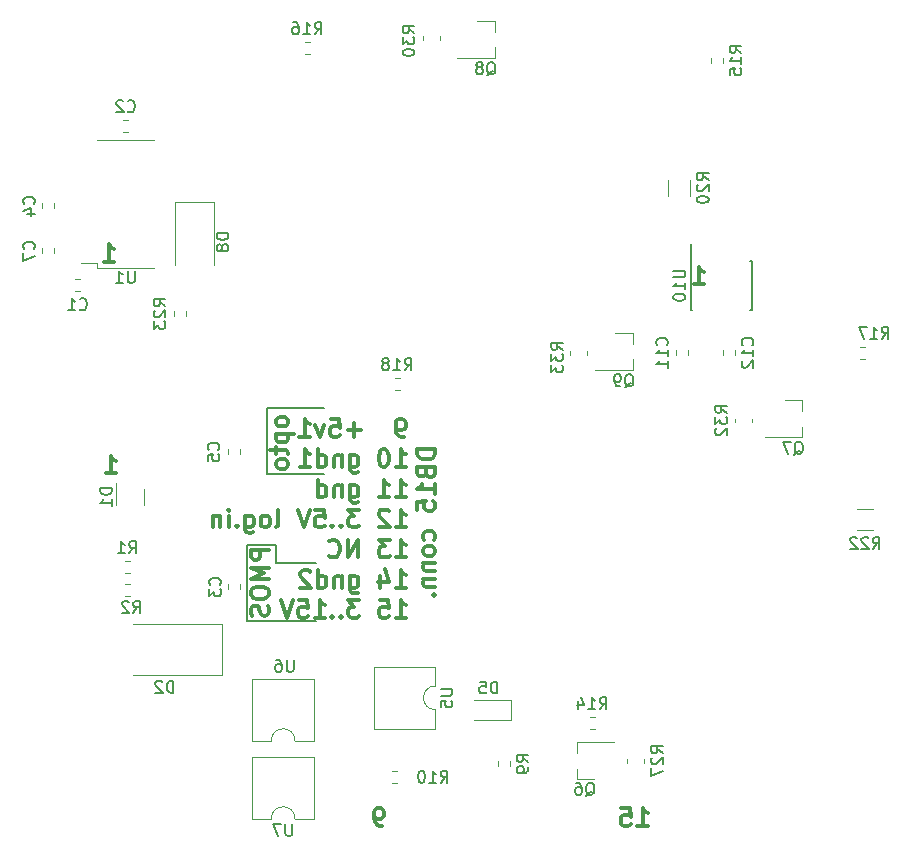
<source format=gbr>
G04 #@! TF.FileFunction,Legend,Bot*
%FSLAX46Y46*%
G04 Gerber Fmt 4.6, Leading zero omitted, Abs format (unit mm)*
G04 Created by KiCad (PCBNEW 4.0.7) date Mon Jun 25 21:13:58 2018*
%MOMM*%
%LPD*%
G01*
G04 APERTURE LIST*
%ADD10C,0.100000*%
%ADD11C,0.200000*%
%ADD12C,0.300000*%
%ADD13C,0.120000*%
%ADD14C,0.150000*%
G04 APERTURE END LIST*
D10*
D11*
X66802000Y-74168000D02*
X72644000Y-74168000D01*
X66802000Y-67691000D02*
X66802000Y-74168000D01*
X69215000Y-67691000D02*
X66802000Y-67691000D01*
X69215000Y-69215000D02*
X69215000Y-67691000D01*
X72644000Y-69215000D02*
X69215000Y-69215000D01*
D12*
X68623571Y-68116000D02*
X67123571Y-68116000D01*
X67123571Y-68687428D01*
X67195000Y-68830286D01*
X67266429Y-68901714D01*
X67409286Y-68973143D01*
X67623571Y-68973143D01*
X67766429Y-68901714D01*
X67837857Y-68830286D01*
X67909286Y-68687428D01*
X67909286Y-68116000D01*
X68623571Y-69616000D02*
X67123571Y-69616000D01*
X68195000Y-70116000D01*
X67123571Y-70616000D01*
X68623571Y-70616000D01*
X67123571Y-71616000D02*
X67123571Y-71901714D01*
X67195000Y-72044572D01*
X67337857Y-72187429D01*
X67623571Y-72258857D01*
X68123571Y-72258857D01*
X68409286Y-72187429D01*
X68552143Y-72044572D01*
X68623571Y-71901714D01*
X68623571Y-71616000D01*
X68552143Y-71473143D01*
X68409286Y-71330286D01*
X68123571Y-71258857D01*
X67623571Y-71258857D01*
X67337857Y-71330286D01*
X67195000Y-71473143D01*
X67123571Y-71616000D01*
X68552143Y-72830286D02*
X68623571Y-73044572D01*
X68623571Y-73401715D01*
X68552143Y-73544572D01*
X68480714Y-73616001D01*
X68337857Y-73687429D01*
X68195000Y-73687429D01*
X68052143Y-73616001D01*
X67980714Y-73544572D01*
X67909286Y-73401715D01*
X67837857Y-73116001D01*
X67766429Y-72973143D01*
X67695000Y-72901715D01*
X67552143Y-72830286D01*
X67409286Y-72830286D01*
X67266429Y-72901715D01*
X67195000Y-72973143D01*
X67123571Y-73116001D01*
X67123571Y-73473143D01*
X67195000Y-73687429D01*
D11*
X68453000Y-61722000D02*
X73279000Y-61722000D01*
X68453000Y-56134000D02*
X68453000Y-61722000D01*
X73279000Y-56134000D02*
X68453000Y-56134000D01*
D12*
X70274571Y-57162143D02*
X70203143Y-57019285D01*
X70131714Y-56947857D01*
X69988857Y-56876428D01*
X69560286Y-56876428D01*
X69417429Y-56947857D01*
X69346000Y-57019285D01*
X69274571Y-57162143D01*
X69274571Y-57376428D01*
X69346000Y-57519285D01*
X69417429Y-57590714D01*
X69560286Y-57662143D01*
X69988857Y-57662143D01*
X70131714Y-57590714D01*
X70203143Y-57519285D01*
X70274571Y-57376428D01*
X70274571Y-57162143D01*
X69274571Y-58305000D02*
X70774571Y-58305000D01*
X69346000Y-58305000D02*
X69274571Y-58447857D01*
X69274571Y-58733571D01*
X69346000Y-58876428D01*
X69417429Y-58947857D01*
X69560286Y-59019286D01*
X69988857Y-59019286D01*
X70131714Y-58947857D01*
X70203143Y-58876428D01*
X70274571Y-58733571D01*
X70274571Y-58447857D01*
X70203143Y-58305000D01*
X69274571Y-59447857D02*
X69274571Y-60019286D01*
X68774571Y-59662143D02*
X70060286Y-59662143D01*
X70203143Y-59733571D01*
X70274571Y-59876429D01*
X70274571Y-60019286D01*
X70274571Y-60733572D02*
X70203143Y-60590714D01*
X70131714Y-60519286D01*
X69988857Y-60447857D01*
X69560286Y-60447857D01*
X69417429Y-60519286D01*
X69346000Y-60590714D01*
X69274571Y-60733572D01*
X69274571Y-60947857D01*
X69346000Y-61090714D01*
X69417429Y-61162143D01*
X69560286Y-61233572D01*
X69988857Y-61233572D01*
X70131714Y-61162143D01*
X70203143Y-61090714D01*
X70274571Y-60947857D01*
X70274571Y-60733572D01*
X80089429Y-58560571D02*
X79803714Y-58560571D01*
X79660857Y-58489143D01*
X79589429Y-58417714D01*
X79446571Y-58203429D01*
X79375143Y-57917714D01*
X79375143Y-57346286D01*
X79446571Y-57203429D01*
X79518000Y-57132000D01*
X79660857Y-57060571D01*
X79946571Y-57060571D01*
X80089429Y-57132000D01*
X80160857Y-57203429D01*
X80232286Y-57346286D01*
X80232286Y-57703429D01*
X80160857Y-57846286D01*
X80089429Y-57917714D01*
X79946571Y-57989143D01*
X79660857Y-57989143D01*
X79518000Y-57917714D01*
X79446571Y-57846286D01*
X79375143Y-57703429D01*
X76446572Y-57989143D02*
X75303715Y-57989143D01*
X75875144Y-58560571D02*
X75875144Y-57417714D01*
X73875143Y-57060571D02*
X74589429Y-57060571D01*
X74660858Y-57774857D01*
X74589429Y-57703429D01*
X74446572Y-57632000D01*
X74089429Y-57632000D01*
X73946572Y-57703429D01*
X73875143Y-57774857D01*
X73803715Y-57917714D01*
X73803715Y-58274857D01*
X73875143Y-58417714D01*
X73946572Y-58489143D01*
X74089429Y-58560571D01*
X74446572Y-58560571D01*
X74589429Y-58489143D01*
X74660858Y-58417714D01*
X73303715Y-57560571D02*
X72946572Y-58560571D01*
X72589430Y-57560571D01*
X71232287Y-58560571D02*
X72089430Y-58560571D01*
X71660858Y-58560571D02*
X71660858Y-57060571D01*
X71803715Y-57274857D01*
X71946573Y-57417714D01*
X72089430Y-57489143D01*
X79375143Y-61110571D02*
X80232286Y-61110571D01*
X79803714Y-61110571D02*
X79803714Y-59610571D01*
X79946571Y-59824857D01*
X80089429Y-59967714D01*
X80232286Y-60039143D01*
X78446572Y-59610571D02*
X78303715Y-59610571D01*
X78160858Y-59682000D01*
X78089429Y-59753429D01*
X78018000Y-59896286D01*
X77946572Y-60182000D01*
X77946572Y-60539143D01*
X78018000Y-60824857D01*
X78089429Y-60967714D01*
X78160858Y-61039143D01*
X78303715Y-61110571D01*
X78446572Y-61110571D01*
X78589429Y-61039143D01*
X78660858Y-60967714D01*
X78732286Y-60824857D01*
X78803715Y-60539143D01*
X78803715Y-60182000D01*
X78732286Y-59896286D01*
X78660858Y-59753429D01*
X78589429Y-59682000D01*
X78446572Y-59610571D01*
X75518001Y-60110571D02*
X75518001Y-61324857D01*
X75589430Y-61467714D01*
X75660858Y-61539143D01*
X75803715Y-61610571D01*
X76018001Y-61610571D01*
X76160858Y-61539143D01*
X75518001Y-61039143D02*
X75660858Y-61110571D01*
X75946572Y-61110571D01*
X76089430Y-61039143D01*
X76160858Y-60967714D01*
X76232287Y-60824857D01*
X76232287Y-60396286D01*
X76160858Y-60253429D01*
X76089430Y-60182000D01*
X75946572Y-60110571D01*
X75660858Y-60110571D01*
X75518001Y-60182000D01*
X74803715Y-60110571D02*
X74803715Y-61110571D01*
X74803715Y-60253429D02*
X74732287Y-60182000D01*
X74589429Y-60110571D01*
X74375144Y-60110571D01*
X74232287Y-60182000D01*
X74160858Y-60324857D01*
X74160858Y-61110571D01*
X72803715Y-61110571D02*
X72803715Y-59610571D01*
X72803715Y-61039143D02*
X72946572Y-61110571D01*
X73232286Y-61110571D01*
X73375144Y-61039143D01*
X73446572Y-60967714D01*
X73518001Y-60824857D01*
X73518001Y-60396286D01*
X73446572Y-60253429D01*
X73375144Y-60182000D01*
X73232286Y-60110571D01*
X72946572Y-60110571D01*
X72803715Y-60182000D01*
X71303715Y-61110571D02*
X72160858Y-61110571D01*
X71732286Y-61110571D02*
X71732286Y-59610571D01*
X71875143Y-59824857D01*
X72018001Y-59967714D01*
X72160858Y-60039143D01*
X79375143Y-63660571D02*
X80232286Y-63660571D01*
X79803714Y-63660571D02*
X79803714Y-62160571D01*
X79946571Y-62374857D01*
X80089429Y-62517714D01*
X80232286Y-62589143D01*
X77946572Y-63660571D02*
X78803715Y-63660571D01*
X78375143Y-63660571D02*
X78375143Y-62160571D01*
X78518000Y-62374857D01*
X78660858Y-62517714D01*
X78803715Y-62589143D01*
X75518001Y-62660571D02*
X75518001Y-63874857D01*
X75589430Y-64017714D01*
X75660858Y-64089143D01*
X75803715Y-64160571D01*
X76018001Y-64160571D01*
X76160858Y-64089143D01*
X75518001Y-63589143D02*
X75660858Y-63660571D01*
X75946572Y-63660571D01*
X76089430Y-63589143D01*
X76160858Y-63517714D01*
X76232287Y-63374857D01*
X76232287Y-62946286D01*
X76160858Y-62803429D01*
X76089430Y-62732000D01*
X75946572Y-62660571D01*
X75660858Y-62660571D01*
X75518001Y-62732000D01*
X74803715Y-62660571D02*
X74803715Y-63660571D01*
X74803715Y-62803429D02*
X74732287Y-62732000D01*
X74589429Y-62660571D01*
X74375144Y-62660571D01*
X74232287Y-62732000D01*
X74160858Y-62874857D01*
X74160858Y-63660571D01*
X72803715Y-63660571D02*
X72803715Y-62160571D01*
X72803715Y-63589143D02*
X72946572Y-63660571D01*
X73232286Y-63660571D01*
X73375144Y-63589143D01*
X73446572Y-63517714D01*
X73518001Y-63374857D01*
X73518001Y-62946286D01*
X73446572Y-62803429D01*
X73375144Y-62732000D01*
X73232286Y-62660571D01*
X72946572Y-62660571D01*
X72803715Y-62732000D01*
X79375143Y-66210571D02*
X80232286Y-66210571D01*
X79803714Y-66210571D02*
X79803714Y-64710571D01*
X79946571Y-64924857D01*
X80089429Y-65067714D01*
X80232286Y-65139143D01*
X78803715Y-64853429D02*
X78732286Y-64782000D01*
X78589429Y-64710571D01*
X78232286Y-64710571D01*
X78089429Y-64782000D01*
X78018000Y-64853429D01*
X77946572Y-64996286D01*
X77946572Y-65139143D01*
X78018000Y-65353429D01*
X78875143Y-66210571D01*
X77946572Y-66210571D01*
X76303715Y-64710571D02*
X75375144Y-64710571D01*
X75875144Y-65282000D01*
X75660858Y-65282000D01*
X75518001Y-65353429D01*
X75446572Y-65424857D01*
X75375144Y-65567714D01*
X75375144Y-65924857D01*
X75446572Y-66067714D01*
X75518001Y-66139143D01*
X75660858Y-66210571D01*
X76089430Y-66210571D01*
X76232287Y-66139143D01*
X76303715Y-66067714D01*
X74732287Y-66067714D02*
X74660859Y-66139143D01*
X74732287Y-66210571D01*
X74803716Y-66139143D01*
X74732287Y-66067714D01*
X74732287Y-66210571D01*
X74018001Y-66067714D02*
X73946573Y-66139143D01*
X74018001Y-66210571D01*
X74089430Y-66139143D01*
X74018001Y-66067714D01*
X74018001Y-66210571D01*
X72589429Y-64710571D02*
X73303715Y-64710571D01*
X73375144Y-65424857D01*
X73303715Y-65353429D01*
X73160858Y-65282000D01*
X72803715Y-65282000D01*
X72660858Y-65353429D01*
X72589429Y-65424857D01*
X72518001Y-65567714D01*
X72518001Y-65924857D01*
X72589429Y-66067714D01*
X72660858Y-66139143D01*
X72803715Y-66210571D01*
X73160858Y-66210571D01*
X73303715Y-66139143D01*
X73375144Y-66067714D01*
X72089430Y-64710571D02*
X71589430Y-66210571D01*
X71089430Y-64710571D01*
X69232287Y-66210571D02*
X69375145Y-66139143D01*
X69446573Y-65996286D01*
X69446573Y-64710571D01*
X68446573Y-66210571D02*
X68589431Y-66139143D01*
X68660859Y-66067714D01*
X68732288Y-65924857D01*
X68732288Y-65496286D01*
X68660859Y-65353429D01*
X68589431Y-65282000D01*
X68446573Y-65210571D01*
X68232288Y-65210571D01*
X68089431Y-65282000D01*
X68018002Y-65353429D01*
X67946573Y-65496286D01*
X67946573Y-65924857D01*
X68018002Y-66067714D01*
X68089431Y-66139143D01*
X68232288Y-66210571D01*
X68446573Y-66210571D01*
X66660859Y-65210571D02*
X66660859Y-66424857D01*
X66732288Y-66567714D01*
X66803716Y-66639143D01*
X66946573Y-66710571D01*
X67160859Y-66710571D01*
X67303716Y-66639143D01*
X66660859Y-66139143D02*
X66803716Y-66210571D01*
X67089430Y-66210571D01*
X67232288Y-66139143D01*
X67303716Y-66067714D01*
X67375145Y-65924857D01*
X67375145Y-65496286D01*
X67303716Y-65353429D01*
X67232288Y-65282000D01*
X67089430Y-65210571D01*
X66803716Y-65210571D01*
X66660859Y-65282000D01*
X65946573Y-66067714D02*
X65875145Y-66139143D01*
X65946573Y-66210571D01*
X66018002Y-66139143D01*
X65946573Y-66067714D01*
X65946573Y-66210571D01*
X65232287Y-66210571D02*
X65232287Y-65210571D01*
X65232287Y-64710571D02*
X65303716Y-64782000D01*
X65232287Y-64853429D01*
X65160859Y-64782000D01*
X65232287Y-64710571D01*
X65232287Y-64853429D01*
X64518001Y-65210571D02*
X64518001Y-66210571D01*
X64518001Y-65353429D02*
X64446573Y-65282000D01*
X64303715Y-65210571D01*
X64089430Y-65210571D01*
X63946573Y-65282000D01*
X63875144Y-65424857D01*
X63875144Y-66210571D01*
X79375143Y-68760571D02*
X80232286Y-68760571D01*
X79803714Y-68760571D02*
X79803714Y-67260571D01*
X79946571Y-67474857D01*
X80089429Y-67617714D01*
X80232286Y-67689143D01*
X78875143Y-67260571D02*
X77946572Y-67260571D01*
X78446572Y-67832000D01*
X78232286Y-67832000D01*
X78089429Y-67903429D01*
X78018000Y-67974857D01*
X77946572Y-68117714D01*
X77946572Y-68474857D01*
X78018000Y-68617714D01*
X78089429Y-68689143D01*
X78232286Y-68760571D01*
X78660858Y-68760571D01*
X78803715Y-68689143D01*
X78875143Y-68617714D01*
X76160858Y-68760571D02*
X76160858Y-67260571D01*
X75303715Y-68760571D01*
X75303715Y-67260571D01*
X73732286Y-68617714D02*
X73803715Y-68689143D01*
X74018001Y-68760571D01*
X74160858Y-68760571D01*
X74375143Y-68689143D01*
X74518001Y-68546286D01*
X74589429Y-68403429D01*
X74660858Y-68117714D01*
X74660858Y-67903429D01*
X74589429Y-67617714D01*
X74518001Y-67474857D01*
X74375143Y-67332000D01*
X74160858Y-67260571D01*
X74018001Y-67260571D01*
X73803715Y-67332000D01*
X73732286Y-67403429D01*
X79375143Y-71310571D02*
X80232286Y-71310571D01*
X79803714Y-71310571D02*
X79803714Y-69810571D01*
X79946571Y-70024857D01*
X80089429Y-70167714D01*
X80232286Y-70239143D01*
X78089429Y-70310571D02*
X78089429Y-71310571D01*
X78446572Y-69739143D02*
X78803715Y-70810571D01*
X77875143Y-70810571D01*
X75518001Y-70310571D02*
X75518001Y-71524857D01*
X75589430Y-71667714D01*
X75660858Y-71739143D01*
X75803715Y-71810571D01*
X76018001Y-71810571D01*
X76160858Y-71739143D01*
X75518001Y-71239143D02*
X75660858Y-71310571D01*
X75946572Y-71310571D01*
X76089430Y-71239143D01*
X76160858Y-71167714D01*
X76232287Y-71024857D01*
X76232287Y-70596286D01*
X76160858Y-70453429D01*
X76089430Y-70382000D01*
X75946572Y-70310571D01*
X75660858Y-70310571D01*
X75518001Y-70382000D01*
X74803715Y-70310571D02*
X74803715Y-71310571D01*
X74803715Y-70453429D02*
X74732287Y-70382000D01*
X74589429Y-70310571D01*
X74375144Y-70310571D01*
X74232287Y-70382000D01*
X74160858Y-70524857D01*
X74160858Y-71310571D01*
X72803715Y-71310571D02*
X72803715Y-69810571D01*
X72803715Y-71239143D02*
X72946572Y-71310571D01*
X73232286Y-71310571D01*
X73375144Y-71239143D01*
X73446572Y-71167714D01*
X73518001Y-71024857D01*
X73518001Y-70596286D01*
X73446572Y-70453429D01*
X73375144Y-70382000D01*
X73232286Y-70310571D01*
X72946572Y-70310571D01*
X72803715Y-70382000D01*
X72160858Y-69953429D02*
X72089429Y-69882000D01*
X71946572Y-69810571D01*
X71589429Y-69810571D01*
X71446572Y-69882000D01*
X71375143Y-69953429D01*
X71303715Y-70096286D01*
X71303715Y-70239143D01*
X71375143Y-70453429D01*
X72232286Y-71310571D01*
X71303715Y-71310571D01*
X79375143Y-73860571D02*
X80232286Y-73860571D01*
X79803714Y-73860571D02*
X79803714Y-72360571D01*
X79946571Y-72574857D01*
X80089429Y-72717714D01*
X80232286Y-72789143D01*
X78018000Y-72360571D02*
X78732286Y-72360571D01*
X78803715Y-73074857D01*
X78732286Y-73003429D01*
X78589429Y-72932000D01*
X78232286Y-72932000D01*
X78089429Y-73003429D01*
X78018000Y-73074857D01*
X77946572Y-73217714D01*
X77946572Y-73574857D01*
X78018000Y-73717714D01*
X78089429Y-73789143D01*
X78232286Y-73860571D01*
X78589429Y-73860571D01*
X78732286Y-73789143D01*
X78803715Y-73717714D01*
X76303715Y-72360571D02*
X75375144Y-72360571D01*
X75875144Y-72932000D01*
X75660858Y-72932000D01*
X75518001Y-73003429D01*
X75446572Y-73074857D01*
X75375144Y-73217714D01*
X75375144Y-73574857D01*
X75446572Y-73717714D01*
X75518001Y-73789143D01*
X75660858Y-73860571D01*
X76089430Y-73860571D01*
X76232287Y-73789143D01*
X76303715Y-73717714D01*
X74732287Y-73717714D02*
X74660859Y-73789143D01*
X74732287Y-73860571D01*
X74803716Y-73789143D01*
X74732287Y-73717714D01*
X74732287Y-73860571D01*
X74018001Y-73717714D02*
X73946573Y-73789143D01*
X74018001Y-73860571D01*
X74089430Y-73789143D01*
X74018001Y-73717714D01*
X74018001Y-73860571D01*
X72518001Y-73860571D02*
X73375144Y-73860571D01*
X72946572Y-73860571D02*
X72946572Y-72360571D01*
X73089429Y-72574857D01*
X73232287Y-72717714D01*
X73375144Y-72789143D01*
X71160858Y-72360571D02*
X71875144Y-72360571D01*
X71946573Y-73074857D01*
X71875144Y-73003429D01*
X71732287Y-72932000D01*
X71375144Y-72932000D01*
X71232287Y-73003429D01*
X71160858Y-73074857D01*
X71089430Y-73217714D01*
X71089430Y-73574857D01*
X71160858Y-73717714D01*
X71232287Y-73789143D01*
X71375144Y-73860571D01*
X71732287Y-73860571D01*
X71875144Y-73789143D01*
X71946573Y-73717714D01*
X70660859Y-72360571D02*
X70160859Y-73860571D01*
X69660859Y-72360571D01*
X99853714Y-91483571D02*
X100710857Y-91483571D01*
X100282285Y-91483571D02*
X100282285Y-89983571D01*
X100425142Y-90197857D01*
X100568000Y-90340714D01*
X100710857Y-90412143D01*
X98496571Y-89983571D02*
X99210857Y-89983571D01*
X99282286Y-90697857D01*
X99210857Y-90626429D01*
X99068000Y-90555000D01*
X98710857Y-90555000D01*
X98568000Y-90626429D01*
X98496571Y-90697857D01*
X98425143Y-90840714D01*
X98425143Y-91197857D01*
X98496571Y-91340714D01*
X98568000Y-91412143D01*
X98710857Y-91483571D01*
X99068000Y-91483571D01*
X99210857Y-91412143D01*
X99282286Y-91340714D01*
X78263714Y-91483571D02*
X77977999Y-91483571D01*
X77835142Y-91412143D01*
X77763714Y-91340714D01*
X77620856Y-91126429D01*
X77549428Y-90840714D01*
X77549428Y-90269286D01*
X77620856Y-90126429D01*
X77692285Y-90055000D01*
X77835142Y-89983571D01*
X78120856Y-89983571D01*
X78263714Y-90055000D01*
X78335142Y-90126429D01*
X78406571Y-90269286D01*
X78406571Y-90626429D01*
X78335142Y-90769286D01*
X78263714Y-90840714D01*
X78120856Y-90912143D01*
X77835142Y-90912143D01*
X77692285Y-90840714D01*
X77620856Y-90769286D01*
X77549428Y-90626429D01*
X82720571Y-59607429D02*
X81220571Y-59607429D01*
X81220571Y-59964572D01*
X81292000Y-60178857D01*
X81434857Y-60321715D01*
X81577714Y-60393143D01*
X81863429Y-60464572D01*
X82077714Y-60464572D01*
X82363429Y-60393143D01*
X82506286Y-60321715D01*
X82649143Y-60178857D01*
X82720571Y-59964572D01*
X82720571Y-59607429D01*
X81934857Y-61607429D02*
X82006286Y-61821715D01*
X82077714Y-61893143D01*
X82220571Y-61964572D01*
X82434857Y-61964572D01*
X82577714Y-61893143D01*
X82649143Y-61821715D01*
X82720571Y-61678857D01*
X82720571Y-61107429D01*
X81220571Y-61107429D01*
X81220571Y-61607429D01*
X81292000Y-61750286D01*
X81363429Y-61821715D01*
X81506286Y-61893143D01*
X81649143Y-61893143D01*
X81792000Y-61821715D01*
X81863429Y-61750286D01*
X81934857Y-61607429D01*
X81934857Y-61107429D01*
X82720571Y-63393143D02*
X82720571Y-62536000D01*
X82720571Y-62964572D02*
X81220571Y-62964572D01*
X81434857Y-62821715D01*
X81577714Y-62678857D01*
X81649143Y-62536000D01*
X81220571Y-64750286D02*
X81220571Y-64036000D01*
X81934857Y-63964571D01*
X81863429Y-64036000D01*
X81792000Y-64178857D01*
X81792000Y-64536000D01*
X81863429Y-64678857D01*
X81934857Y-64750286D01*
X82077714Y-64821714D01*
X82434857Y-64821714D01*
X82577714Y-64750286D01*
X82649143Y-64678857D01*
X82720571Y-64536000D01*
X82720571Y-64178857D01*
X82649143Y-64036000D01*
X82577714Y-63964571D01*
X82649143Y-67250285D02*
X82720571Y-67107428D01*
X82720571Y-66821714D01*
X82649143Y-66678856D01*
X82577714Y-66607428D01*
X82434857Y-66535999D01*
X82006286Y-66535999D01*
X81863429Y-66607428D01*
X81792000Y-66678856D01*
X81720571Y-66821714D01*
X81720571Y-67107428D01*
X81792000Y-67250285D01*
X82720571Y-68107428D02*
X82649143Y-67964570D01*
X82577714Y-67893142D01*
X82434857Y-67821713D01*
X82006286Y-67821713D01*
X81863429Y-67893142D01*
X81792000Y-67964570D01*
X81720571Y-68107428D01*
X81720571Y-68321713D01*
X81792000Y-68464570D01*
X81863429Y-68535999D01*
X82006286Y-68607428D01*
X82434857Y-68607428D01*
X82577714Y-68535999D01*
X82649143Y-68464570D01*
X82720571Y-68321713D01*
X82720571Y-68107428D01*
X81720571Y-69250285D02*
X82720571Y-69250285D01*
X81863429Y-69250285D02*
X81792000Y-69321713D01*
X81720571Y-69464571D01*
X81720571Y-69678856D01*
X81792000Y-69821713D01*
X81934857Y-69893142D01*
X82720571Y-69893142D01*
X81720571Y-70607428D02*
X82720571Y-70607428D01*
X81863429Y-70607428D02*
X81792000Y-70678856D01*
X81720571Y-70821714D01*
X81720571Y-71035999D01*
X81792000Y-71178856D01*
X81934857Y-71250285D01*
X82720571Y-71250285D01*
X82577714Y-71964571D02*
X82649143Y-72035999D01*
X82720571Y-71964571D01*
X82649143Y-71893142D01*
X82577714Y-71964571D01*
X82720571Y-71964571D01*
X54816428Y-61638571D02*
X55673571Y-61638571D01*
X55244999Y-61638571D02*
X55244999Y-60138571D01*
X55387856Y-60352857D01*
X55530714Y-60495714D01*
X55673571Y-60567143D01*
X104600428Y-45636571D02*
X105457571Y-45636571D01*
X105028999Y-45636571D02*
X105028999Y-44136571D01*
X105171856Y-44350857D01*
X105314714Y-44493714D01*
X105457571Y-44565143D01*
X54689428Y-43731571D02*
X55546571Y-43731571D01*
X55117999Y-43731571D02*
X55117999Y-42231571D01*
X55260856Y-42445857D01*
X55403714Y-42588714D01*
X55546571Y-42660143D01*
D13*
X119092000Y-50925000D02*
X118652000Y-50925000D01*
X119092000Y-51945000D02*
X118652000Y-51945000D01*
X52231000Y-46230000D02*
X52671000Y-46230000D01*
X52231000Y-45210000D02*
X52671000Y-45210000D01*
X54106000Y-44256000D02*
X54106000Y-43856000D01*
X54106000Y-43856000D02*
X52706000Y-43856000D01*
X54106000Y-44256000D02*
X58906000Y-44256000D01*
X54106000Y-33456000D02*
X58906000Y-33456000D01*
X56735000Y-31748000D02*
X56295000Y-31748000D01*
X56735000Y-32768000D02*
X56295000Y-32768000D01*
X66169000Y-71467000D02*
X66169000Y-71027000D01*
X65149000Y-71467000D02*
X65149000Y-71027000D01*
X50421000Y-39209000D02*
X50421000Y-38769000D01*
X49401000Y-39209000D02*
X49401000Y-38769000D01*
X65149000Y-59597000D02*
X65149000Y-60037000D01*
X66169000Y-59597000D02*
X66169000Y-60037000D01*
X50421000Y-43019000D02*
X50421000Y-42579000D01*
X49401000Y-43019000D02*
X49401000Y-42579000D01*
X103122000Y-51215000D02*
X103122000Y-51655000D01*
X104142000Y-51215000D02*
X104142000Y-51655000D01*
X55736000Y-64327000D02*
X55736000Y-62427000D01*
X58056000Y-62927000D02*
X58056000Y-64327000D01*
X64667000Y-74431000D02*
X64667000Y-78731000D01*
X64667000Y-78731000D02*
X57117000Y-78731000D01*
X64667000Y-74431000D02*
X57117000Y-74431000D01*
X94744000Y-87559000D02*
X94744000Y-86629000D01*
X94744000Y-84399000D02*
X94744000Y-85329000D01*
X94744000Y-84399000D02*
X97904000Y-84399000D01*
X94744000Y-87559000D02*
X96204000Y-87559000D01*
X87755000Y-23312000D02*
X87755000Y-24242000D01*
X87755000Y-26472000D02*
X87755000Y-25542000D01*
X87755000Y-26472000D02*
X84595000Y-26472000D01*
X87755000Y-23312000D02*
X86295000Y-23312000D01*
X99439000Y-49728000D02*
X99439000Y-50658000D01*
X99439000Y-52888000D02*
X99439000Y-51958000D01*
X99439000Y-52888000D02*
X96279000Y-52888000D01*
X99439000Y-49728000D02*
X97979000Y-49728000D01*
X56862000Y-69086000D02*
X56422000Y-69086000D01*
X56862000Y-70106000D02*
X56422000Y-70106000D01*
X56862000Y-70991000D02*
X56422000Y-70991000D01*
X56862000Y-72011000D02*
X56422000Y-72011000D01*
X89029000Y-86453000D02*
X89029000Y-86013000D01*
X88009000Y-86453000D02*
X88009000Y-86013000D01*
X79468000Y-86866000D02*
X79028000Y-86866000D01*
X79468000Y-87886000D02*
X79028000Y-87886000D01*
X96232000Y-82294000D02*
X95792000Y-82294000D01*
X96232000Y-83314000D02*
X95792000Y-83314000D01*
X106043000Y-26450000D02*
X106043000Y-26890000D01*
X107063000Y-26450000D02*
X107063000Y-26890000D01*
X72102000Y-25144000D02*
X71662000Y-25144000D01*
X72102000Y-26164000D02*
X71662000Y-26164000D01*
X79722000Y-53592000D02*
X79282000Y-53592000D01*
X79722000Y-54612000D02*
X79282000Y-54612000D01*
X104288000Y-38115000D02*
X104288000Y-36815000D01*
X102468000Y-38115000D02*
X102468000Y-36815000D01*
X118476000Y-66442000D02*
X119776000Y-66442000D01*
X118476000Y-64622000D02*
X119776000Y-64622000D01*
X61597000Y-48353000D02*
X61597000Y-47913000D01*
X60577000Y-48353000D02*
X60577000Y-47913000D01*
X82737000Y-79645000D02*
G75*
G03X82737000Y-81645000I0J-1000000D01*
G01*
X82737000Y-81645000D02*
X82737000Y-83295000D01*
X82737000Y-83295000D02*
X77537000Y-83295000D01*
X77537000Y-83295000D02*
X77537000Y-77995000D01*
X77537000Y-77995000D02*
X82737000Y-77995000D01*
X82737000Y-77995000D02*
X82737000Y-79645000D01*
X70850000Y-84261000D02*
G75*
G03X68850000Y-84261000I-1000000J0D01*
G01*
X68850000Y-84261000D02*
X67200000Y-84261000D01*
X67200000Y-84261000D02*
X67200000Y-79061000D01*
X67200000Y-79061000D02*
X72500000Y-79061000D01*
X72500000Y-79061000D02*
X72500000Y-84261000D01*
X72500000Y-84261000D02*
X70850000Y-84261000D01*
X70850000Y-90865000D02*
G75*
G03X68850000Y-90865000I-1000000J0D01*
G01*
X68850000Y-90865000D02*
X67200000Y-90865000D01*
X67200000Y-90865000D02*
X67200000Y-85665000D01*
X67200000Y-85665000D02*
X72500000Y-85665000D01*
X72500000Y-85665000D02*
X72500000Y-90865000D01*
X72500000Y-90865000D02*
X70850000Y-90865000D01*
D14*
X104359000Y-43645000D02*
X104409000Y-43645000D01*
X104359000Y-47795000D02*
X104504000Y-47795000D01*
X109509000Y-47795000D02*
X109364000Y-47795000D01*
X109509000Y-43645000D02*
X109364000Y-43645000D01*
X104359000Y-43645000D02*
X104359000Y-47795000D01*
X109509000Y-43645000D02*
X109509000Y-47795000D01*
X104409000Y-43645000D02*
X104409000Y-42245000D01*
D13*
X89149000Y-80811000D02*
X89149000Y-82511000D01*
X89149000Y-82511000D02*
X85999000Y-82511000D01*
X89149000Y-80811000D02*
X85999000Y-80811000D01*
X107059000Y-51215000D02*
X107059000Y-51655000D01*
X108079000Y-51215000D02*
X108079000Y-51655000D01*
X113790000Y-55443000D02*
X113790000Y-56373000D01*
X113790000Y-58603000D02*
X113790000Y-57673000D01*
X113790000Y-58603000D02*
X110630000Y-58603000D01*
X113790000Y-55443000D02*
X112330000Y-55443000D01*
X100405000Y-86129000D02*
X100405000Y-85829000D01*
X98985000Y-86129000D02*
X98985000Y-85829000D01*
X83133000Y-24915000D02*
X83133000Y-24615000D01*
X81713000Y-24915000D02*
X81713000Y-24615000D01*
X108129000Y-57000000D02*
X108129000Y-57300000D01*
X109549000Y-57000000D02*
X109549000Y-57300000D01*
X95579000Y-51585000D02*
X95579000Y-51285000D01*
X94159000Y-51585000D02*
X94159000Y-51285000D01*
X60707000Y-38637000D02*
X64007000Y-38637000D01*
X64007000Y-38637000D02*
X64007000Y-44037000D01*
X60707000Y-38637000D02*
X60707000Y-44037000D01*
D14*
X120530857Y-50236381D02*
X120864191Y-49760190D01*
X121102286Y-50236381D02*
X121102286Y-49236381D01*
X120721333Y-49236381D01*
X120626095Y-49284000D01*
X120578476Y-49331619D01*
X120530857Y-49426857D01*
X120530857Y-49569714D01*
X120578476Y-49664952D01*
X120626095Y-49712571D01*
X120721333Y-49760190D01*
X121102286Y-49760190D01*
X119578476Y-50236381D02*
X120149905Y-50236381D01*
X119864191Y-50236381D02*
X119864191Y-49236381D01*
X119959429Y-49379238D01*
X120054667Y-49474476D01*
X120149905Y-49522095D01*
X119245143Y-49236381D02*
X118578476Y-49236381D01*
X119007048Y-50236381D01*
X52617666Y-47727143D02*
X52665285Y-47774762D01*
X52808142Y-47822381D01*
X52903380Y-47822381D01*
X53046238Y-47774762D01*
X53141476Y-47679524D01*
X53189095Y-47584286D01*
X53236714Y-47393810D01*
X53236714Y-47250952D01*
X53189095Y-47060476D01*
X53141476Y-46965238D01*
X53046238Y-46870000D01*
X52903380Y-46822381D01*
X52808142Y-46822381D01*
X52665285Y-46870000D01*
X52617666Y-46917619D01*
X51665285Y-47822381D02*
X52236714Y-47822381D01*
X51951000Y-47822381D02*
X51951000Y-46822381D01*
X52046238Y-46965238D01*
X52141476Y-47060476D01*
X52236714Y-47108095D01*
X57267905Y-44508381D02*
X57267905Y-45317905D01*
X57220286Y-45413143D01*
X57172667Y-45460762D01*
X57077429Y-45508381D01*
X56886952Y-45508381D01*
X56791714Y-45460762D01*
X56744095Y-45413143D01*
X56696476Y-45317905D01*
X56696476Y-44508381D01*
X55696476Y-45508381D02*
X56267905Y-45508381D01*
X55982191Y-45508381D02*
X55982191Y-44508381D01*
X56077429Y-44651238D01*
X56172667Y-44746476D01*
X56267905Y-44794095D01*
X56681666Y-30965143D02*
X56729285Y-31012762D01*
X56872142Y-31060381D01*
X56967380Y-31060381D01*
X57110238Y-31012762D01*
X57205476Y-30917524D01*
X57253095Y-30822286D01*
X57300714Y-30631810D01*
X57300714Y-30488952D01*
X57253095Y-30298476D01*
X57205476Y-30203238D01*
X57110238Y-30108000D01*
X56967380Y-30060381D01*
X56872142Y-30060381D01*
X56729285Y-30108000D01*
X56681666Y-30155619D01*
X56300714Y-30155619D02*
X56253095Y-30108000D01*
X56157857Y-30060381D01*
X55919761Y-30060381D01*
X55824523Y-30108000D01*
X55776904Y-30155619D01*
X55729285Y-30250857D01*
X55729285Y-30346095D01*
X55776904Y-30488952D01*
X56348333Y-31060381D01*
X55729285Y-31060381D01*
X64492143Y-71080334D02*
X64539762Y-71032715D01*
X64587381Y-70889858D01*
X64587381Y-70794620D01*
X64539762Y-70651762D01*
X64444524Y-70556524D01*
X64349286Y-70508905D01*
X64158810Y-70461286D01*
X64015952Y-70461286D01*
X63825476Y-70508905D01*
X63730238Y-70556524D01*
X63635000Y-70651762D01*
X63587381Y-70794620D01*
X63587381Y-70889858D01*
X63635000Y-71032715D01*
X63682619Y-71080334D01*
X63587381Y-71413667D02*
X63587381Y-72032715D01*
X63968333Y-71699381D01*
X63968333Y-71842239D01*
X64015952Y-71937477D01*
X64063571Y-71985096D01*
X64158810Y-72032715D01*
X64396905Y-72032715D01*
X64492143Y-71985096D01*
X64539762Y-71937477D01*
X64587381Y-71842239D01*
X64587381Y-71556524D01*
X64539762Y-71461286D01*
X64492143Y-71413667D01*
X48744143Y-38822334D02*
X48791762Y-38774715D01*
X48839381Y-38631858D01*
X48839381Y-38536620D01*
X48791762Y-38393762D01*
X48696524Y-38298524D01*
X48601286Y-38250905D01*
X48410810Y-38203286D01*
X48267952Y-38203286D01*
X48077476Y-38250905D01*
X47982238Y-38298524D01*
X47887000Y-38393762D01*
X47839381Y-38536620D01*
X47839381Y-38631858D01*
X47887000Y-38774715D01*
X47934619Y-38822334D01*
X48172714Y-39679477D02*
X48839381Y-39679477D01*
X47791762Y-39441381D02*
X48506048Y-39203286D01*
X48506048Y-39822334D01*
X64366143Y-59650334D02*
X64413762Y-59602715D01*
X64461381Y-59459858D01*
X64461381Y-59364620D01*
X64413762Y-59221762D01*
X64318524Y-59126524D01*
X64223286Y-59078905D01*
X64032810Y-59031286D01*
X63889952Y-59031286D01*
X63699476Y-59078905D01*
X63604238Y-59126524D01*
X63509000Y-59221762D01*
X63461381Y-59364620D01*
X63461381Y-59459858D01*
X63509000Y-59602715D01*
X63556619Y-59650334D01*
X63461381Y-60555096D02*
X63461381Y-60078905D01*
X63937571Y-60031286D01*
X63889952Y-60078905D01*
X63842333Y-60174143D01*
X63842333Y-60412239D01*
X63889952Y-60507477D01*
X63937571Y-60555096D01*
X64032810Y-60602715D01*
X64270905Y-60602715D01*
X64366143Y-60555096D01*
X64413762Y-60507477D01*
X64461381Y-60412239D01*
X64461381Y-60174143D01*
X64413762Y-60078905D01*
X64366143Y-60031286D01*
X48744143Y-42632334D02*
X48791762Y-42584715D01*
X48839381Y-42441858D01*
X48839381Y-42346620D01*
X48791762Y-42203762D01*
X48696524Y-42108524D01*
X48601286Y-42060905D01*
X48410810Y-42013286D01*
X48267952Y-42013286D01*
X48077476Y-42060905D01*
X47982238Y-42108524D01*
X47887000Y-42203762D01*
X47839381Y-42346620D01*
X47839381Y-42441858D01*
X47887000Y-42584715D01*
X47934619Y-42632334D01*
X47839381Y-42965667D02*
X47839381Y-43632334D01*
X48839381Y-43203762D01*
X102339143Y-50792143D02*
X102386762Y-50744524D01*
X102434381Y-50601667D01*
X102434381Y-50506429D01*
X102386762Y-50363571D01*
X102291524Y-50268333D01*
X102196286Y-50220714D01*
X102005810Y-50173095D01*
X101862952Y-50173095D01*
X101672476Y-50220714D01*
X101577238Y-50268333D01*
X101482000Y-50363571D01*
X101434381Y-50506429D01*
X101434381Y-50601667D01*
X101482000Y-50744524D01*
X101529619Y-50792143D01*
X102434381Y-51744524D02*
X102434381Y-51173095D01*
X102434381Y-51458809D02*
X101434381Y-51458809D01*
X101577238Y-51363571D01*
X101672476Y-51268333D01*
X101720095Y-51173095D01*
X102434381Y-52696905D02*
X102434381Y-52125476D01*
X102434381Y-52411190D02*
X101434381Y-52411190D01*
X101577238Y-52315952D01*
X101672476Y-52220714D01*
X101720095Y-52125476D01*
X55348381Y-62888905D02*
X54348381Y-62888905D01*
X54348381Y-63127000D01*
X54396000Y-63269858D01*
X54491238Y-63365096D01*
X54586476Y-63412715D01*
X54776952Y-63460334D01*
X54919810Y-63460334D01*
X55110286Y-63412715D01*
X55205524Y-63365096D01*
X55300762Y-63269858D01*
X55348381Y-63127000D01*
X55348381Y-62888905D01*
X55348381Y-64412715D02*
X55348381Y-63841286D01*
X55348381Y-64127000D02*
X54348381Y-64127000D01*
X54491238Y-64031762D01*
X54586476Y-63936524D01*
X54634095Y-63841286D01*
X60555095Y-80208381D02*
X60555095Y-79208381D01*
X60317000Y-79208381D01*
X60174142Y-79256000D01*
X60078904Y-79351238D01*
X60031285Y-79446476D01*
X59983666Y-79636952D01*
X59983666Y-79779810D01*
X60031285Y-79970286D01*
X60078904Y-80065524D01*
X60174142Y-80160762D01*
X60317000Y-80208381D01*
X60555095Y-80208381D01*
X59602714Y-79303619D02*
X59555095Y-79256000D01*
X59459857Y-79208381D01*
X59221761Y-79208381D01*
X59126523Y-79256000D01*
X59078904Y-79303619D01*
X59031285Y-79398857D01*
X59031285Y-79494095D01*
X59078904Y-79636952D01*
X59650333Y-80208381D01*
X59031285Y-80208381D01*
X95472238Y-88939619D02*
X95567476Y-88892000D01*
X95662714Y-88796762D01*
X95805571Y-88653905D01*
X95900810Y-88606286D01*
X95996048Y-88606286D01*
X95948429Y-88844381D02*
X96043667Y-88796762D01*
X96138905Y-88701524D01*
X96186524Y-88511048D01*
X96186524Y-88177714D01*
X96138905Y-87987238D01*
X96043667Y-87892000D01*
X95948429Y-87844381D01*
X95757952Y-87844381D01*
X95662714Y-87892000D01*
X95567476Y-87987238D01*
X95519857Y-88177714D01*
X95519857Y-88511048D01*
X95567476Y-88701524D01*
X95662714Y-88796762D01*
X95757952Y-88844381D01*
X95948429Y-88844381D01*
X94662714Y-87844381D02*
X94853191Y-87844381D01*
X94948429Y-87892000D01*
X94996048Y-87939619D01*
X95091286Y-88082476D01*
X95138905Y-88272952D01*
X95138905Y-88653905D01*
X95091286Y-88749143D01*
X95043667Y-88796762D01*
X94948429Y-88844381D01*
X94757952Y-88844381D01*
X94662714Y-88796762D01*
X94615095Y-88749143D01*
X94567476Y-88653905D01*
X94567476Y-88415810D01*
X94615095Y-88320571D01*
X94662714Y-88272952D01*
X94757952Y-88225333D01*
X94948429Y-88225333D01*
X95043667Y-88272952D01*
X95091286Y-88320571D01*
X95138905Y-88415810D01*
X87090238Y-27939619D02*
X87185476Y-27892000D01*
X87280714Y-27796762D01*
X87423571Y-27653905D01*
X87518810Y-27606286D01*
X87614048Y-27606286D01*
X87566429Y-27844381D02*
X87661667Y-27796762D01*
X87756905Y-27701524D01*
X87804524Y-27511048D01*
X87804524Y-27177714D01*
X87756905Y-26987238D01*
X87661667Y-26892000D01*
X87566429Y-26844381D01*
X87375952Y-26844381D01*
X87280714Y-26892000D01*
X87185476Y-26987238D01*
X87137857Y-27177714D01*
X87137857Y-27511048D01*
X87185476Y-27701524D01*
X87280714Y-27796762D01*
X87375952Y-27844381D01*
X87566429Y-27844381D01*
X86566429Y-27272952D02*
X86661667Y-27225333D01*
X86709286Y-27177714D01*
X86756905Y-27082476D01*
X86756905Y-27034857D01*
X86709286Y-26939619D01*
X86661667Y-26892000D01*
X86566429Y-26844381D01*
X86375952Y-26844381D01*
X86280714Y-26892000D01*
X86233095Y-26939619D01*
X86185476Y-27034857D01*
X86185476Y-27082476D01*
X86233095Y-27177714D01*
X86280714Y-27225333D01*
X86375952Y-27272952D01*
X86566429Y-27272952D01*
X86661667Y-27320571D01*
X86709286Y-27368190D01*
X86756905Y-27463429D01*
X86756905Y-27653905D01*
X86709286Y-27749143D01*
X86661667Y-27796762D01*
X86566429Y-27844381D01*
X86375952Y-27844381D01*
X86280714Y-27796762D01*
X86233095Y-27749143D01*
X86185476Y-27653905D01*
X86185476Y-27463429D01*
X86233095Y-27368190D01*
X86280714Y-27320571D01*
X86375952Y-27272952D01*
X98774238Y-54355619D02*
X98869476Y-54308000D01*
X98964714Y-54212762D01*
X99107571Y-54069905D01*
X99202810Y-54022286D01*
X99298048Y-54022286D01*
X99250429Y-54260381D02*
X99345667Y-54212762D01*
X99440905Y-54117524D01*
X99488524Y-53927048D01*
X99488524Y-53593714D01*
X99440905Y-53403238D01*
X99345667Y-53308000D01*
X99250429Y-53260381D01*
X99059952Y-53260381D01*
X98964714Y-53308000D01*
X98869476Y-53403238D01*
X98821857Y-53593714D01*
X98821857Y-53927048D01*
X98869476Y-54117524D01*
X98964714Y-54212762D01*
X99059952Y-54260381D01*
X99250429Y-54260381D01*
X98345667Y-54260381D02*
X98155191Y-54260381D01*
X98059952Y-54212762D01*
X98012333Y-54165143D01*
X97917095Y-54022286D01*
X97869476Y-53831810D01*
X97869476Y-53450857D01*
X97917095Y-53355619D01*
X97964714Y-53308000D01*
X98059952Y-53260381D01*
X98250429Y-53260381D01*
X98345667Y-53308000D01*
X98393286Y-53355619D01*
X98440905Y-53450857D01*
X98440905Y-53688952D01*
X98393286Y-53784190D01*
X98345667Y-53831810D01*
X98250429Y-53879429D01*
X98059952Y-53879429D01*
X97964714Y-53831810D01*
X97917095Y-53784190D01*
X97869476Y-53688952D01*
X56808666Y-68398381D02*
X57142000Y-67922190D01*
X57380095Y-68398381D02*
X57380095Y-67398381D01*
X56999142Y-67398381D01*
X56903904Y-67446000D01*
X56856285Y-67493619D01*
X56808666Y-67588857D01*
X56808666Y-67731714D01*
X56856285Y-67826952D01*
X56903904Y-67874571D01*
X56999142Y-67922190D01*
X57380095Y-67922190D01*
X55856285Y-68398381D02*
X56427714Y-68398381D01*
X56142000Y-68398381D02*
X56142000Y-67398381D01*
X56237238Y-67541238D01*
X56332476Y-67636476D01*
X56427714Y-67684095D01*
X57166666Y-73452381D02*
X57500000Y-72976190D01*
X57738095Y-73452381D02*
X57738095Y-72452381D01*
X57357142Y-72452381D01*
X57261904Y-72500000D01*
X57214285Y-72547619D01*
X57166666Y-72642857D01*
X57166666Y-72785714D01*
X57214285Y-72880952D01*
X57261904Y-72928571D01*
X57357142Y-72976190D01*
X57738095Y-72976190D01*
X56785714Y-72547619D02*
X56738095Y-72500000D01*
X56642857Y-72452381D01*
X56404761Y-72452381D01*
X56309523Y-72500000D01*
X56261904Y-72547619D01*
X56214285Y-72642857D01*
X56214285Y-72738095D01*
X56261904Y-72880952D01*
X56833333Y-73452381D01*
X56214285Y-73452381D01*
X90621381Y-86066334D02*
X90145190Y-85733000D01*
X90621381Y-85494905D02*
X89621381Y-85494905D01*
X89621381Y-85875858D01*
X89669000Y-85971096D01*
X89716619Y-86018715D01*
X89811857Y-86066334D01*
X89954714Y-86066334D01*
X90049952Y-86018715D01*
X90097571Y-85971096D01*
X90145190Y-85875858D01*
X90145190Y-85494905D01*
X90621381Y-86542524D02*
X90621381Y-86733000D01*
X90573762Y-86828239D01*
X90526143Y-86875858D01*
X90383286Y-86971096D01*
X90192810Y-87018715D01*
X89811857Y-87018715D01*
X89716619Y-86971096D01*
X89669000Y-86923477D01*
X89621381Y-86828239D01*
X89621381Y-86637762D01*
X89669000Y-86542524D01*
X89716619Y-86494905D01*
X89811857Y-86447286D01*
X90049952Y-86447286D01*
X90145190Y-86494905D01*
X90192810Y-86542524D01*
X90240429Y-86637762D01*
X90240429Y-86828239D01*
X90192810Y-86923477D01*
X90145190Y-86971096D01*
X90049952Y-87018715D01*
X83192857Y-87828381D02*
X83526191Y-87352190D01*
X83764286Y-87828381D02*
X83764286Y-86828381D01*
X83383333Y-86828381D01*
X83288095Y-86876000D01*
X83240476Y-86923619D01*
X83192857Y-87018857D01*
X83192857Y-87161714D01*
X83240476Y-87256952D01*
X83288095Y-87304571D01*
X83383333Y-87352190D01*
X83764286Y-87352190D01*
X82240476Y-87828381D02*
X82811905Y-87828381D01*
X82526191Y-87828381D02*
X82526191Y-86828381D01*
X82621429Y-86971238D01*
X82716667Y-87066476D01*
X82811905Y-87114095D01*
X81621429Y-86828381D02*
X81526190Y-86828381D01*
X81430952Y-86876000D01*
X81383333Y-86923619D01*
X81335714Y-87018857D01*
X81288095Y-87209333D01*
X81288095Y-87447429D01*
X81335714Y-87637905D01*
X81383333Y-87733143D01*
X81430952Y-87780762D01*
X81526190Y-87828381D01*
X81621429Y-87828381D01*
X81716667Y-87780762D01*
X81764286Y-87733143D01*
X81811905Y-87637905D01*
X81859524Y-87447429D01*
X81859524Y-87209333D01*
X81811905Y-87018857D01*
X81764286Y-86923619D01*
X81716667Y-86876000D01*
X81621429Y-86828381D01*
X96654857Y-81606381D02*
X96988191Y-81130190D01*
X97226286Y-81606381D02*
X97226286Y-80606381D01*
X96845333Y-80606381D01*
X96750095Y-80654000D01*
X96702476Y-80701619D01*
X96654857Y-80796857D01*
X96654857Y-80939714D01*
X96702476Y-81034952D01*
X96750095Y-81082571D01*
X96845333Y-81130190D01*
X97226286Y-81130190D01*
X95702476Y-81606381D02*
X96273905Y-81606381D01*
X95988191Y-81606381D02*
X95988191Y-80606381D01*
X96083429Y-80749238D01*
X96178667Y-80844476D01*
X96273905Y-80892095D01*
X94845333Y-80939714D02*
X94845333Y-81606381D01*
X95083429Y-80558762D02*
X95321524Y-81273048D01*
X94702476Y-81273048D01*
X108656381Y-26027143D02*
X108180190Y-25693809D01*
X108656381Y-25455714D02*
X107656381Y-25455714D01*
X107656381Y-25836667D01*
X107704000Y-25931905D01*
X107751619Y-25979524D01*
X107846857Y-26027143D01*
X107989714Y-26027143D01*
X108084952Y-25979524D01*
X108132571Y-25931905D01*
X108180190Y-25836667D01*
X108180190Y-25455714D01*
X108656381Y-26979524D02*
X108656381Y-26408095D01*
X108656381Y-26693809D02*
X107656381Y-26693809D01*
X107799238Y-26598571D01*
X107894476Y-26503333D01*
X107942095Y-26408095D01*
X107656381Y-27884286D02*
X107656381Y-27408095D01*
X108132571Y-27360476D01*
X108084952Y-27408095D01*
X108037333Y-27503333D01*
X108037333Y-27741429D01*
X108084952Y-27836667D01*
X108132571Y-27884286D01*
X108227810Y-27931905D01*
X108465905Y-27931905D01*
X108561143Y-27884286D01*
X108608762Y-27836667D01*
X108656381Y-27741429D01*
X108656381Y-27503333D01*
X108608762Y-27408095D01*
X108561143Y-27360476D01*
X72524857Y-24456381D02*
X72858191Y-23980190D01*
X73096286Y-24456381D02*
X73096286Y-23456381D01*
X72715333Y-23456381D01*
X72620095Y-23504000D01*
X72572476Y-23551619D01*
X72524857Y-23646857D01*
X72524857Y-23789714D01*
X72572476Y-23884952D01*
X72620095Y-23932571D01*
X72715333Y-23980190D01*
X73096286Y-23980190D01*
X71572476Y-24456381D02*
X72143905Y-24456381D01*
X71858191Y-24456381D02*
X71858191Y-23456381D01*
X71953429Y-23599238D01*
X72048667Y-23694476D01*
X72143905Y-23742095D01*
X70715333Y-23456381D02*
X70905810Y-23456381D01*
X71001048Y-23504000D01*
X71048667Y-23551619D01*
X71143905Y-23694476D01*
X71191524Y-23884952D01*
X71191524Y-24265905D01*
X71143905Y-24361143D01*
X71096286Y-24408762D01*
X71001048Y-24456381D01*
X70810571Y-24456381D01*
X70715333Y-24408762D01*
X70667714Y-24361143D01*
X70620095Y-24265905D01*
X70620095Y-24027810D01*
X70667714Y-23932571D01*
X70715333Y-23884952D01*
X70810571Y-23837333D01*
X71001048Y-23837333D01*
X71096286Y-23884952D01*
X71143905Y-23932571D01*
X71191524Y-24027810D01*
X80144857Y-52904381D02*
X80478191Y-52428190D01*
X80716286Y-52904381D02*
X80716286Y-51904381D01*
X80335333Y-51904381D01*
X80240095Y-51952000D01*
X80192476Y-51999619D01*
X80144857Y-52094857D01*
X80144857Y-52237714D01*
X80192476Y-52332952D01*
X80240095Y-52380571D01*
X80335333Y-52428190D01*
X80716286Y-52428190D01*
X79192476Y-52904381D02*
X79763905Y-52904381D01*
X79478191Y-52904381D02*
X79478191Y-51904381D01*
X79573429Y-52047238D01*
X79668667Y-52142476D01*
X79763905Y-52190095D01*
X78621048Y-52332952D02*
X78716286Y-52285333D01*
X78763905Y-52237714D01*
X78811524Y-52142476D01*
X78811524Y-52094857D01*
X78763905Y-51999619D01*
X78716286Y-51952000D01*
X78621048Y-51904381D01*
X78430571Y-51904381D01*
X78335333Y-51952000D01*
X78287714Y-51999619D01*
X78240095Y-52094857D01*
X78240095Y-52142476D01*
X78287714Y-52237714D01*
X78335333Y-52285333D01*
X78430571Y-52332952D01*
X78621048Y-52332952D01*
X78716286Y-52380571D01*
X78763905Y-52428190D01*
X78811524Y-52523429D01*
X78811524Y-52713905D01*
X78763905Y-52809143D01*
X78716286Y-52856762D01*
X78621048Y-52904381D01*
X78430571Y-52904381D01*
X78335333Y-52856762D01*
X78287714Y-52809143D01*
X78240095Y-52713905D01*
X78240095Y-52523429D01*
X78287714Y-52428190D01*
X78335333Y-52380571D01*
X78430571Y-52332952D01*
X105880381Y-36822143D02*
X105404190Y-36488809D01*
X105880381Y-36250714D02*
X104880381Y-36250714D01*
X104880381Y-36631667D01*
X104928000Y-36726905D01*
X104975619Y-36774524D01*
X105070857Y-36822143D01*
X105213714Y-36822143D01*
X105308952Y-36774524D01*
X105356571Y-36726905D01*
X105404190Y-36631667D01*
X105404190Y-36250714D01*
X104975619Y-37203095D02*
X104928000Y-37250714D01*
X104880381Y-37345952D01*
X104880381Y-37584048D01*
X104928000Y-37679286D01*
X104975619Y-37726905D01*
X105070857Y-37774524D01*
X105166095Y-37774524D01*
X105308952Y-37726905D01*
X105880381Y-37155476D01*
X105880381Y-37774524D01*
X104880381Y-38393571D02*
X104880381Y-38488810D01*
X104928000Y-38584048D01*
X104975619Y-38631667D01*
X105070857Y-38679286D01*
X105261333Y-38726905D01*
X105499429Y-38726905D01*
X105689905Y-38679286D01*
X105785143Y-38631667D01*
X105832762Y-38584048D01*
X105880381Y-38488810D01*
X105880381Y-38393571D01*
X105832762Y-38298333D01*
X105785143Y-38250714D01*
X105689905Y-38203095D01*
X105499429Y-38155476D01*
X105261333Y-38155476D01*
X105070857Y-38203095D01*
X104975619Y-38250714D01*
X104928000Y-38298333D01*
X104880381Y-38393571D01*
X119768857Y-68034381D02*
X120102191Y-67558190D01*
X120340286Y-68034381D02*
X120340286Y-67034381D01*
X119959333Y-67034381D01*
X119864095Y-67082000D01*
X119816476Y-67129619D01*
X119768857Y-67224857D01*
X119768857Y-67367714D01*
X119816476Y-67462952D01*
X119864095Y-67510571D01*
X119959333Y-67558190D01*
X120340286Y-67558190D01*
X119387905Y-67129619D02*
X119340286Y-67082000D01*
X119245048Y-67034381D01*
X119006952Y-67034381D01*
X118911714Y-67082000D01*
X118864095Y-67129619D01*
X118816476Y-67224857D01*
X118816476Y-67320095D01*
X118864095Y-67462952D01*
X119435524Y-68034381D01*
X118816476Y-68034381D01*
X118435524Y-67129619D02*
X118387905Y-67082000D01*
X118292667Y-67034381D01*
X118054571Y-67034381D01*
X117959333Y-67082000D01*
X117911714Y-67129619D01*
X117864095Y-67224857D01*
X117864095Y-67320095D01*
X117911714Y-67462952D01*
X118483143Y-68034381D01*
X117864095Y-68034381D01*
X59888381Y-47490143D02*
X59412190Y-47156809D01*
X59888381Y-46918714D02*
X58888381Y-46918714D01*
X58888381Y-47299667D01*
X58936000Y-47394905D01*
X58983619Y-47442524D01*
X59078857Y-47490143D01*
X59221714Y-47490143D01*
X59316952Y-47442524D01*
X59364571Y-47394905D01*
X59412190Y-47299667D01*
X59412190Y-46918714D01*
X58983619Y-47871095D02*
X58936000Y-47918714D01*
X58888381Y-48013952D01*
X58888381Y-48252048D01*
X58936000Y-48347286D01*
X58983619Y-48394905D01*
X59078857Y-48442524D01*
X59174095Y-48442524D01*
X59316952Y-48394905D01*
X59888381Y-47823476D01*
X59888381Y-48442524D01*
X58888381Y-48775857D02*
X58888381Y-49394905D01*
X59269333Y-49061571D01*
X59269333Y-49204429D01*
X59316952Y-49299667D01*
X59364571Y-49347286D01*
X59459810Y-49394905D01*
X59697905Y-49394905D01*
X59793143Y-49347286D01*
X59840762Y-49299667D01*
X59888381Y-49204429D01*
X59888381Y-48918714D01*
X59840762Y-48823476D01*
X59793143Y-48775857D01*
X83189381Y-79883095D02*
X83998905Y-79883095D01*
X84094143Y-79930714D01*
X84141762Y-79978333D01*
X84189381Y-80073571D01*
X84189381Y-80264048D01*
X84141762Y-80359286D01*
X84094143Y-80406905D01*
X83998905Y-80454524D01*
X83189381Y-80454524D01*
X83189381Y-81406905D02*
X83189381Y-80930714D01*
X83665571Y-80883095D01*
X83617952Y-80930714D01*
X83570333Y-81025952D01*
X83570333Y-81264048D01*
X83617952Y-81359286D01*
X83665571Y-81406905D01*
X83760810Y-81454524D01*
X83998905Y-81454524D01*
X84094143Y-81406905D01*
X84141762Y-81359286D01*
X84189381Y-81264048D01*
X84189381Y-81025952D01*
X84141762Y-80930714D01*
X84094143Y-80883095D01*
X70738905Y-77430381D02*
X70738905Y-78239905D01*
X70691286Y-78335143D01*
X70643667Y-78382762D01*
X70548429Y-78430381D01*
X70357952Y-78430381D01*
X70262714Y-78382762D01*
X70215095Y-78335143D01*
X70167476Y-78239905D01*
X70167476Y-77430381D01*
X69262714Y-77430381D02*
X69453191Y-77430381D01*
X69548429Y-77478000D01*
X69596048Y-77525619D01*
X69691286Y-77668476D01*
X69738905Y-77858952D01*
X69738905Y-78239905D01*
X69691286Y-78335143D01*
X69643667Y-78382762D01*
X69548429Y-78430381D01*
X69357952Y-78430381D01*
X69262714Y-78382762D01*
X69215095Y-78335143D01*
X69167476Y-78239905D01*
X69167476Y-78001810D01*
X69215095Y-77906571D01*
X69262714Y-77858952D01*
X69357952Y-77811333D01*
X69548429Y-77811333D01*
X69643667Y-77858952D01*
X69691286Y-77906571D01*
X69738905Y-78001810D01*
X70611905Y-91317381D02*
X70611905Y-92126905D01*
X70564286Y-92222143D01*
X70516667Y-92269762D01*
X70421429Y-92317381D01*
X70230952Y-92317381D01*
X70135714Y-92269762D01*
X70088095Y-92222143D01*
X70040476Y-92126905D01*
X70040476Y-91317381D01*
X69659524Y-91317381D02*
X68992857Y-91317381D01*
X69421429Y-92317381D01*
X102886381Y-44481905D02*
X103695905Y-44481905D01*
X103791143Y-44529524D01*
X103838762Y-44577143D01*
X103886381Y-44672381D01*
X103886381Y-44862858D01*
X103838762Y-44958096D01*
X103791143Y-45005715D01*
X103695905Y-45053334D01*
X102886381Y-45053334D01*
X103886381Y-46053334D02*
X103886381Y-45481905D01*
X103886381Y-45767619D02*
X102886381Y-45767619D01*
X103029238Y-45672381D01*
X103124476Y-45577143D01*
X103172095Y-45481905D01*
X102886381Y-46672381D02*
X102886381Y-46767620D01*
X102934000Y-46862858D01*
X102981619Y-46910477D01*
X103076857Y-46958096D01*
X103267333Y-47005715D01*
X103505429Y-47005715D01*
X103695905Y-46958096D01*
X103791143Y-46910477D01*
X103838762Y-46862858D01*
X103886381Y-46767620D01*
X103886381Y-46672381D01*
X103838762Y-46577143D01*
X103791143Y-46529524D01*
X103695905Y-46481905D01*
X103505429Y-46434286D01*
X103267333Y-46434286D01*
X103076857Y-46481905D01*
X102981619Y-46529524D01*
X102934000Y-46577143D01*
X102886381Y-46672381D01*
X87987095Y-80263381D02*
X87987095Y-79263381D01*
X87749000Y-79263381D01*
X87606142Y-79311000D01*
X87510904Y-79406238D01*
X87463285Y-79501476D01*
X87415666Y-79691952D01*
X87415666Y-79834810D01*
X87463285Y-80025286D01*
X87510904Y-80120524D01*
X87606142Y-80215762D01*
X87749000Y-80263381D01*
X87987095Y-80263381D01*
X86510904Y-79263381D02*
X86987095Y-79263381D01*
X87034714Y-79739571D01*
X86987095Y-79691952D01*
X86891857Y-79644333D01*
X86653761Y-79644333D01*
X86558523Y-79691952D01*
X86510904Y-79739571D01*
X86463285Y-79834810D01*
X86463285Y-80072905D01*
X86510904Y-80168143D01*
X86558523Y-80215762D01*
X86653761Y-80263381D01*
X86891857Y-80263381D01*
X86987095Y-80215762D01*
X87034714Y-80168143D01*
X109577143Y-50792143D02*
X109624762Y-50744524D01*
X109672381Y-50601667D01*
X109672381Y-50506429D01*
X109624762Y-50363571D01*
X109529524Y-50268333D01*
X109434286Y-50220714D01*
X109243810Y-50173095D01*
X109100952Y-50173095D01*
X108910476Y-50220714D01*
X108815238Y-50268333D01*
X108720000Y-50363571D01*
X108672381Y-50506429D01*
X108672381Y-50601667D01*
X108720000Y-50744524D01*
X108767619Y-50792143D01*
X109672381Y-51744524D02*
X109672381Y-51173095D01*
X109672381Y-51458809D02*
X108672381Y-51458809D01*
X108815238Y-51363571D01*
X108910476Y-51268333D01*
X108958095Y-51173095D01*
X108767619Y-52125476D02*
X108720000Y-52173095D01*
X108672381Y-52268333D01*
X108672381Y-52506429D01*
X108720000Y-52601667D01*
X108767619Y-52649286D01*
X108862857Y-52696905D01*
X108958095Y-52696905D01*
X109100952Y-52649286D01*
X109672381Y-52077857D01*
X109672381Y-52696905D01*
X113125238Y-60070619D02*
X113220476Y-60023000D01*
X113315714Y-59927762D01*
X113458571Y-59784905D01*
X113553810Y-59737286D01*
X113649048Y-59737286D01*
X113601429Y-59975381D02*
X113696667Y-59927762D01*
X113791905Y-59832524D01*
X113839524Y-59642048D01*
X113839524Y-59308714D01*
X113791905Y-59118238D01*
X113696667Y-59023000D01*
X113601429Y-58975381D01*
X113410952Y-58975381D01*
X113315714Y-59023000D01*
X113220476Y-59118238D01*
X113172857Y-59308714D01*
X113172857Y-59642048D01*
X113220476Y-59832524D01*
X113315714Y-59927762D01*
X113410952Y-59975381D01*
X113601429Y-59975381D01*
X112839524Y-58975381D02*
X112172857Y-58975381D01*
X112601429Y-59975381D01*
X101997381Y-85336143D02*
X101521190Y-85002809D01*
X101997381Y-84764714D02*
X100997381Y-84764714D01*
X100997381Y-85145667D01*
X101045000Y-85240905D01*
X101092619Y-85288524D01*
X101187857Y-85336143D01*
X101330714Y-85336143D01*
X101425952Y-85288524D01*
X101473571Y-85240905D01*
X101521190Y-85145667D01*
X101521190Y-84764714D01*
X101092619Y-85717095D02*
X101045000Y-85764714D01*
X100997381Y-85859952D01*
X100997381Y-86098048D01*
X101045000Y-86193286D01*
X101092619Y-86240905D01*
X101187857Y-86288524D01*
X101283095Y-86288524D01*
X101425952Y-86240905D01*
X101997381Y-85669476D01*
X101997381Y-86288524D01*
X100997381Y-86621857D02*
X100997381Y-87288524D01*
X101997381Y-86859952D01*
X80970381Y-24376143D02*
X80494190Y-24042809D01*
X80970381Y-23804714D02*
X79970381Y-23804714D01*
X79970381Y-24185667D01*
X80018000Y-24280905D01*
X80065619Y-24328524D01*
X80160857Y-24376143D01*
X80303714Y-24376143D01*
X80398952Y-24328524D01*
X80446571Y-24280905D01*
X80494190Y-24185667D01*
X80494190Y-23804714D01*
X79970381Y-24709476D02*
X79970381Y-25328524D01*
X80351333Y-24995190D01*
X80351333Y-25138048D01*
X80398952Y-25233286D01*
X80446571Y-25280905D01*
X80541810Y-25328524D01*
X80779905Y-25328524D01*
X80875143Y-25280905D01*
X80922762Y-25233286D01*
X80970381Y-25138048D01*
X80970381Y-24852333D01*
X80922762Y-24757095D01*
X80875143Y-24709476D01*
X79970381Y-25947571D02*
X79970381Y-26042810D01*
X80018000Y-26138048D01*
X80065619Y-26185667D01*
X80160857Y-26233286D01*
X80351333Y-26280905D01*
X80589429Y-26280905D01*
X80779905Y-26233286D01*
X80875143Y-26185667D01*
X80922762Y-26138048D01*
X80970381Y-26042810D01*
X80970381Y-25947571D01*
X80922762Y-25852333D01*
X80875143Y-25804714D01*
X80779905Y-25757095D01*
X80589429Y-25709476D01*
X80351333Y-25709476D01*
X80160857Y-25757095D01*
X80065619Y-25804714D01*
X80018000Y-25852333D01*
X79970381Y-25947571D01*
X107441381Y-56507143D02*
X106965190Y-56173809D01*
X107441381Y-55935714D02*
X106441381Y-55935714D01*
X106441381Y-56316667D01*
X106489000Y-56411905D01*
X106536619Y-56459524D01*
X106631857Y-56507143D01*
X106774714Y-56507143D01*
X106869952Y-56459524D01*
X106917571Y-56411905D01*
X106965190Y-56316667D01*
X106965190Y-55935714D01*
X106441381Y-56840476D02*
X106441381Y-57459524D01*
X106822333Y-57126190D01*
X106822333Y-57269048D01*
X106869952Y-57364286D01*
X106917571Y-57411905D01*
X107012810Y-57459524D01*
X107250905Y-57459524D01*
X107346143Y-57411905D01*
X107393762Y-57364286D01*
X107441381Y-57269048D01*
X107441381Y-56983333D01*
X107393762Y-56888095D01*
X107346143Y-56840476D01*
X106536619Y-57840476D02*
X106489000Y-57888095D01*
X106441381Y-57983333D01*
X106441381Y-58221429D01*
X106489000Y-58316667D01*
X106536619Y-58364286D01*
X106631857Y-58411905D01*
X106727095Y-58411905D01*
X106869952Y-58364286D01*
X107441381Y-57792857D01*
X107441381Y-58411905D01*
X93543381Y-51173143D02*
X93067190Y-50839809D01*
X93543381Y-50601714D02*
X92543381Y-50601714D01*
X92543381Y-50982667D01*
X92591000Y-51077905D01*
X92638619Y-51125524D01*
X92733857Y-51173143D01*
X92876714Y-51173143D01*
X92971952Y-51125524D01*
X93019571Y-51077905D01*
X93067190Y-50982667D01*
X93067190Y-50601714D01*
X92543381Y-51506476D02*
X92543381Y-52125524D01*
X92924333Y-51792190D01*
X92924333Y-51935048D01*
X92971952Y-52030286D01*
X93019571Y-52077905D01*
X93114810Y-52125524D01*
X93352905Y-52125524D01*
X93448143Y-52077905D01*
X93495762Y-52030286D01*
X93543381Y-51935048D01*
X93543381Y-51649333D01*
X93495762Y-51554095D01*
X93448143Y-51506476D01*
X92543381Y-52458857D02*
X92543381Y-53077905D01*
X92924333Y-52744571D01*
X92924333Y-52887429D01*
X92971952Y-52982667D01*
X93019571Y-53030286D01*
X93114810Y-53077905D01*
X93352905Y-53077905D01*
X93448143Y-53030286D01*
X93495762Y-52982667D01*
X93543381Y-52887429D01*
X93543381Y-52601714D01*
X93495762Y-52506476D01*
X93448143Y-52458857D01*
X65222381Y-41298905D02*
X64222381Y-41298905D01*
X64222381Y-41537000D01*
X64270000Y-41679858D01*
X64365238Y-41775096D01*
X64460476Y-41822715D01*
X64650952Y-41870334D01*
X64793810Y-41870334D01*
X64984286Y-41822715D01*
X65079524Y-41775096D01*
X65174762Y-41679858D01*
X65222381Y-41537000D01*
X65222381Y-41298905D01*
X64650952Y-42441762D02*
X64603333Y-42346524D01*
X64555714Y-42298905D01*
X64460476Y-42251286D01*
X64412857Y-42251286D01*
X64317619Y-42298905D01*
X64270000Y-42346524D01*
X64222381Y-42441762D01*
X64222381Y-42632239D01*
X64270000Y-42727477D01*
X64317619Y-42775096D01*
X64412857Y-42822715D01*
X64460476Y-42822715D01*
X64555714Y-42775096D01*
X64603333Y-42727477D01*
X64650952Y-42632239D01*
X64650952Y-42441762D01*
X64698571Y-42346524D01*
X64746190Y-42298905D01*
X64841429Y-42251286D01*
X65031905Y-42251286D01*
X65127143Y-42298905D01*
X65174762Y-42346524D01*
X65222381Y-42441762D01*
X65222381Y-42632239D01*
X65174762Y-42727477D01*
X65127143Y-42775096D01*
X65031905Y-42822715D01*
X64841429Y-42822715D01*
X64746190Y-42775096D01*
X64698571Y-42727477D01*
X64650952Y-42632239D01*
M02*

</source>
